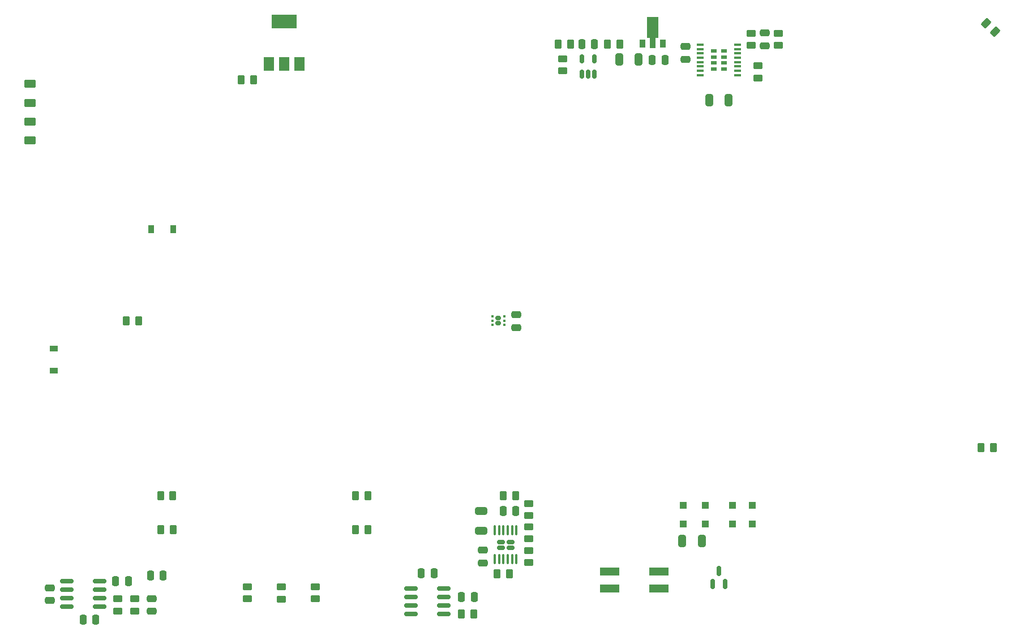
<source format=gbr>
%TF.GenerationSoftware,KiCad,Pcbnew,(6.0.0)*%
%TF.CreationDate,2022-01-14T14:41:52+01:00*%
%TF.ProjectId,ADRmu,4144526d-752e-46b6-9963-61645f706362,rev?*%
%TF.SameCoordinates,Original*%
%TF.FileFunction,Paste,Top*%
%TF.FilePolarity,Positive*%
%FSLAX46Y46*%
G04 Gerber Fmt 4.6, Leading zero omitted, Abs format (unit mm)*
G04 Created by KiCad (PCBNEW (6.0.0)) date 2022-01-14 14:41:52*
%MOMM*%
%LPD*%
G01*
G04 APERTURE LIST*
G04 Aperture macros list*
%AMRoundRect*
0 Rectangle with rounded corners*
0 $1 Rounding radius*
0 $2 $3 $4 $5 $6 $7 $8 $9 X,Y pos of 4 corners*
0 Add a 4 corners polygon primitive as box body*
4,1,4,$2,$3,$4,$5,$6,$7,$8,$9,$2,$3,0*
0 Add four circle primitives for the rounded corners*
1,1,$1+$1,$2,$3*
1,1,$1+$1,$4,$5*
1,1,$1+$1,$6,$7*
1,1,$1+$1,$8,$9*
0 Add four rect primitives between the rounded corners*
20,1,$1+$1,$2,$3,$4,$5,0*
20,1,$1+$1,$4,$5,$6,$7,0*
20,1,$1+$1,$6,$7,$8,$9,0*
20,1,$1+$1,$8,$9,$2,$3,0*%
%AMFreePoly0*
4,1,9,3.862500,-0.866500,0.737500,-0.866500,0.737500,-0.450000,-0.737500,-0.450000,-0.737500,0.450000,0.737500,0.450000,0.737500,0.866500,3.862500,0.866500,3.862500,-0.866500,3.862500,-0.866500,$1*%
G04 Aperture macros list end*
%ADD10RoundRect,0.250000X0.262500X0.450000X-0.262500X0.450000X-0.262500X-0.450000X0.262500X-0.450000X0*%
%ADD11RoundRect,0.250000X0.503814X0.132583X0.132583X0.503814X-0.503814X-0.132583X-0.132583X-0.503814X0*%
%ADD12RoundRect,0.250000X0.625000X-0.375000X0.625000X0.375000X-0.625000X0.375000X-0.625000X-0.375000X0*%
%ADD13RoundRect,0.250000X-0.450000X0.262500X-0.450000X-0.262500X0.450000X-0.262500X0.450000X0.262500X0*%
%ADD14RoundRect,0.250000X-0.250000X-0.475000X0.250000X-0.475000X0.250000X0.475000X-0.250000X0.475000X0*%
%ADD15RoundRect,0.250000X-0.262500X-0.450000X0.262500X-0.450000X0.262500X0.450000X-0.262500X0.450000X0*%
%ADD16R,0.900000X1.200000*%
%ADD17RoundRect,0.150000X-0.825000X-0.150000X0.825000X-0.150000X0.825000X0.150000X-0.825000X0.150000X0*%
%ADD18RoundRect,0.160000X-0.245000X-0.160000X0.245000X-0.160000X0.245000X0.160000X-0.245000X0.160000X0*%
%ADD19RoundRect,0.093750X-0.093750X-0.106250X0.093750X-0.106250X0.093750X0.106250X-0.093750X0.106250X0*%
%ADD20RoundRect,0.250000X0.450000X-0.262500X0.450000X0.262500X-0.450000X0.262500X-0.450000X-0.262500X0*%
%ADD21RoundRect,0.250000X-0.325000X-0.650000X0.325000X-0.650000X0.325000X0.650000X-0.325000X0.650000X0*%
%ADD22RoundRect,0.250000X0.650000X-0.325000X0.650000X0.325000X-0.650000X0.325000X-0.650000X-0.325000X0*%
%ADD23R,0.900000X1.300000*%
%ADD24FreePoly0,90.000000*%
%ADD25RoundRect,0.167500X0.407500X-0.167500X0.407500X0.167500X-0.407500X0.167500X-0.407500X-0.167500X0*%
%ADD26RoundRect,0.100000X0.100000X-0.625000X0.100000X0.625000X-0.100000X0.625000X-0.100000X-0.625000X0*%
%ADD27RoundRect,0.250000X-0.475000X0.250000X-0.475000X-0.250000X0.475000X-0.250000X0.475000X0.250000X0*%
%ADD28RoundRect,0.250000X0.475000X-0.250000X0.475000X0.250000X-0.475000X0.250000X-0.475000X-0.250000X0*%
%ADD29RoundRect,0.250000X0.250000X0.475000X-0.250000X0.475000X-0.250000X-0.475000X0.250000X-0.475000X0*%
%ADD30R,1.200000X0.900000*%
%ADD31RoundRect,0.150000X0.150000X-0.512500X0.150000X0.512500X-0.150000X0.512500X-0.150000X-0.512500X0*%
%ADD32R,1.100000X1.100000*%
%ADD33R,1.050000X0.450000*%
%ADD34R,0.882000X0.537000*%
%ADD35RoundRect,0.150000X0.150000X-0.587500X0.150000X0.587500X-0.150000X0.587500X-0.150000X-0.587500X0*%
%ADD36R,2.850000X1.200000*%
%ADD37RoundRect,0.250000X0.325000X0.650000X-0.325000X0.650000X-0.325000X-0.650000X0.325000X-0.650000X0*%
%ADD38R,1.500000X2.000000*%
%ADD39R,3.800000X2.000000*%
G04 APERTURE END LIST*
D10*
%TO.C,R306*%
X152804500Y-58674000D03*
X150979500Y-58674000D03*
%TD*%
D11*
%TO.C,R302*%
X216291235Y-56779235D03*
X215000765Y-55488765D03*
%TD*%
D10*
%TO.C,R201*%
X105367500Y-63950000D03*
X103542500Y-63950000D03*
%TD*%
D12*
%TO.C,D306*%
X72000000Y-73000000D03*
X72000000Y-70200000D03*
%TD*%
D13*
%TO.C,R312*%
X146558000Y-127357500D03*
X146558000Y-129182500D03*
%TD*%
D14*
%TO.C,C204*%
X79888000Y-144780000D03*
X81788000Y-144780000D03*
%TD*%
D15*
%TO.C,R213*%
X120682500Y-126180000D03*
X122507500Y-126180000D03*
%TD*%
%TO.C,R220*%
X136496000Y-143866000D03*
X138321000Y-143866000D03*
%TD*%
D14*
%TO.C,C307*%
X154498000Y-58674000D03*
X156398000Y-58674000D03*
%TD*%
D16*
%TO.C,D201*%
X90105000Y-86360000D03*
X93405000Y-86360000D03*
%TD*%
D10*
%TO.C,R305*%
X160170500Y-58674000D03*
X158345500Y-58674000D03*
%TD*%
D13*
%TO.C,R304*%
X180848000Y-61887500D03*
X180848000Y-63712500D03*
%TD*%
D17*
%TO.C,U203*%
X128926000Y-140056000D03*
X128926000Y-141326000D03*
X128926000Y-142596000D03*
X128926000Y-143866000D03*
X133876000Y-143866000D03*
X133876000Y-142596000D03*
X133876000Y-141326000D03*
X133876000Y-140056000D03*
%TD*%
D18*
%TO.C,U304*%
X142000000Y-99600000D03*
X142000000Y-100400000D03*
D19*
X141112500Y-99350000D03*
X141112500Y-100000000D03*
X141112500Y-100650000D03*
X142887500Y-100650000D03*
X142887500Y-100000000D03*
X142887500Y-99350000D03*
%TD*%
D13*
%TO.C,R217*%
X114615000Y-139805000D03*
X114615000Y-141630000D03*
%TD*%
D20*
%TO.C,R301*%
X183896000Y-58824500D03*
X183896000Y-56999500D03*
%TD*%
D10*
%TO.C,R210*%
X93370000Y-131260000D03*
X91545000Y-131260000D03*
%TD*%
D21*
%TO.C,C305*%
X160069000Y-60960000D03*
X163019000Y-60960000D03*
%TD*%
D13*
%TO.C,R218*%
X109535000Y-139867500D03*
X109535000Y-141692500D03*
%TD*%
D22*
%TO.C,C312*%
X139446000Y-131457000D03*
X139446000Y-128507000D03*
%TD*%
D23*
%TO.C,U301*%
X163600000Y-58546000D03*
D24*
X165100000Y-58458500D03*
D23*
X166600000Y-58546000D03*
%TD*%
D25*
%TO.C,U305*%
X143813000Y-133128000D03*
X142393000Y-133128000D03*
X142393000Y-133948000D03*
X143813000Y-133948000D03*
D26*
X141478000Y-135688000D03*
X142128000Y-135688000D03*
X142778000Y-135688000D03*
X143428000Y-135688000D03*
X144078000Y-135688000D03*
X144728000Y-135688000D03*
X144728000Y-131388000D03*
X144078000Y-131388000D03*
X143428000Y-131388000D03*
X142778000Y-131388000D03*
X142128000Y-131388000D03*
X141478000Y-131388000D03*
%TD*%
D27*
%TO.C,C206*%
X74930000Y-139977500D03*
X74930000Y-141877500D03*
%TD*%
D15*
%TO.C,R207*%
X120667000Y-131260000D03*
X122492000Y-131260000D03*
%TD*%
D28*
%TO.C,C308*%
X144716000Y-101026000D03*
X144716000Y-99126000D03*
%TD*%
D29*
%TO.C,C303*%
X166950000Y-61016000D03*
X165050000Y-61016000D03*
%TD*%
D17*
%TO.C,U201*%
X77440000Y-139022500D03*
X77440000Y-140292500D03*
X77440000Y-141562500D03*
X77440000Y-142832500D03*
X82390000Y-142832500D03*
X82390000Y-141562500D03*
X82390000Y-140292500D03*
X82390000Y-139022500D03*
%TD*%
D20*
%TO.C,R310*%
X146558000Y-136228500D03*
X146558000Y-134403500D03*
%TD*%
D30*
%TO.C,D202*%
X75499000Y-104150000D03*
X75499000Y-107450000D03*
%TD*%
D20*
%TO.C,R203*%
X85090000Y-143430000D03*
X85090000Y-141605000D03*
%TD*%
D31*
%TO.C,U303*%
X154498000Y-63113500D03*
X155448000Y-63113500D03*
X156398000Y-63113500D03*
X156398000Y-60838500D03*
X154498000Y-60838500D03*
%TD*%
D32*
%TO.C,D302*%
X173000000Y-130400000D03*
X173000000Y-127600000D03*
%TD*%
D29*
%TO.C,C311*%
X144610500Y-128458000D03*
X142710500Y-128458000D03*
%TD*%
D28*
%TO.C,C310*%
X139700000Y-136266000D03*
X139700000Y-134366000D03*
%TD*%
D10*
%TO.C,R311*%
X144573000Y-126172000D03*
X142748000Y-126172000D03*
%TD*%
D13*
%TO.C,R307*%
X151638000Y-60809500D03*
X151638000Y-62634500D03*
%TD*%
D10*
%TO.C,R309*%
X143660500Y-137856000D03*
X141835500Y-137856000D03*
%TD*%
D33*
%TO.C,U302*%
X177775000Y-63275000D03*
X177775000Y-62625000D03*
X177775000Y-61975000D03*
X177775000Y-61325000D03*
X177775000Y-60675000D03*
X177775000Y-60025000D03*
X177775000Y-59375000D03*
X177775000Y-58725000D03*
X172225000Y-58725000D03*
X172225000Y-59375000D03*
X172225000Y-60025000D03*
X172225000Y-60675000D03*
X172225000Y-61325000D03*
X172225000Y-61975000D03*
X172225000Y-62625000D03*
X172225000Y-63275000D03*
D34*
X174265000Y-60552500D03*
X175735000Y-60552500D03*
X174265000Y-59657500D03*
X175735000Y-59657500D03*
X175735000Y-62342500D03*
X174265000Y-61447500D03*
X175735000Y-61447500D03*
X174265000Y-62342500D03*
%TD*%
D14*
%TO.C,C207*%
X136487500Y-141326000D03*
X138387500Y-141326000D03*
%TD*%
D20*
%TO.C,R202*%
X87630000Y-143430000D03*
X87630000Y-141605000D03*
%TD*%
D35*
%TO.C,Q301*%
X174056000Y-139367500D03*
X175956000Y-139367500D03*
X175006000Y-137492500D03*
%TD*%
D15*
%TO.C,R308*%
X214225500Y-119000000D03*
X216050500Y-119000000D03*
%TD*%
D14*
%TO.C,C203*%
X130495000Y-137795000D03*
X132395000Y-137795000D03*
%TD*%
D36*
%TO.C,FL301*%
X166050000Y-140050000D03*
X158700000Y-140050000D03*
X166050000Y-137550000D03*
X158700000Y-137550000D03*
%TD*%
D12*
%TO.C,D301*%
X72000000Y-67400000D03*
X72000000Y-64600000D03*
%TD*%
D13*
%TO.C,R204*%
X104455000Y-139805000D03*
X104455000Y-141630000D03*
%TD*%
D10*
%TO.C,R214*%
X88187500Y-100000000D03*
X86362500Y-100000000D03*
%TD*%
%TO.C,R208*%
X93307500Y-126180000D03*
X91482500Y-126180000D03*
%TD*%
D32*
%TO.C,D305*%
X180000000Y-127600000D03*
X180000000Y-130400000D03*
%TD*%
D37*
%TO.C,C306*%
X176475000Y-67000000D03*
X173525000Y-67000000D03*
%TD*%
D29*
%TO.C,C201*%
X86675000Y-139022500D03*
X84775000Y-139022500D03*
%TD*%
D28*
%TO.C,C301*%
X170000000Y-60894000D03*
X170000000Y-58994000D03*
%TD*%
D32*
%TO.C,D304*%
X177000000Y-130400000D03*
X177000000Y-127600000D03*
%TD*%
D20*
%TO.C,R303*%
X179832000Y-58824500D03*
X179832000Y-56999500D03*
%TD*%
D27*
%TO.C,C202*%
X90170000Y-141567500D03*
X90170000Y-143467500D03*
%TD*%
D28*
%TO.C,C304*%
X181864000Y-58862000D03*
X181864000Y-56962000D03*
%TD*%
D29*
%TO.C,C205*%
X91882000Y-138176000D03*
X89982000Y-138176000D03*
%TD*%
D32*
%TO.C,D303*%
X169672000Y-127600000D03*
X169672000Y-130400000D03*
%TD*%
D38*
%TO.C,Q201*%
X107700000Y-61570000D03*
X110000000Y-61570000D03*
D39*
X110000000Y-55270000D03*
D38*
X112300000Y-61570000D03*
%TD*%
D13*
%TO.C,R313*%
X146558000Y-130847500D03*
X146558000Y-132672500D03*
%TD*%
D37*
%TO.C,C309*%
X172475000Y-133000000D03*
X169525000Y-133000000D03*
%TD*%
M02*

</source>
